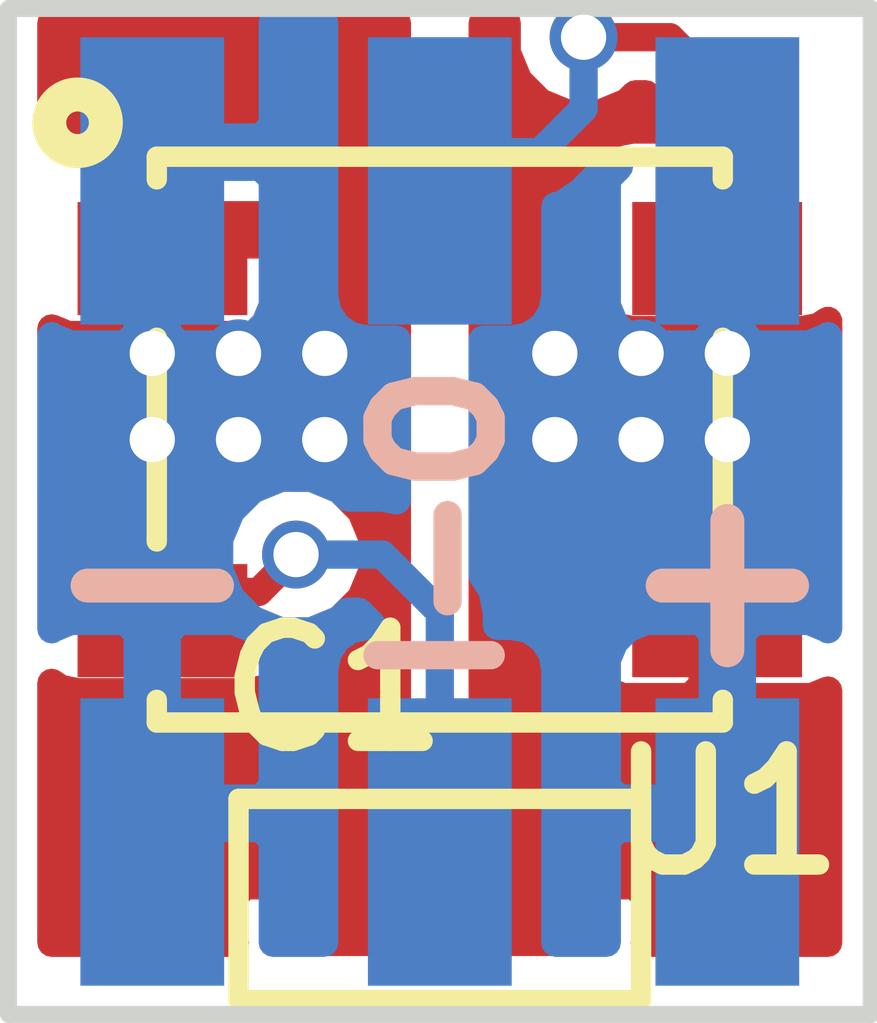
<source format=kicad_pcb>
(kicad_pcb (version 4) (host pcbnew "(2015-09-10 BZR 6177)-product")

  (general
    (links 8)
    (no_connects 2)
    (area 143.698476 96.566 155.005524 111.661)
    (thickness 0.8)
    (drawings 17)
    (tracks 38)
    (zones 0)
    (modules 4)
    (nets 5)
  )

  (page A4)
  (layers
    (0 F.Cu signal hide)
    (31 B.Cu signal)
    (32 B.Adhes user)
    (33 F.Adhes user)
    (34 B.Paste user)
    (35 F.Paste user)
    (36 B.SilkS user)
    (37 F.SilkS user)
    (38 B.Mask user)
    (39 F.Mask user)
    (40 Dwgs.User user)
    (41 Cmts.User user)
    (42 Eco1.User user)
    (43 Eco2.User user)
    (44 Edge.Cuts user)
    (45 Margin user)
    (46 B.CrtYd user)
    (47 F.CrtYd user)
    (48 B.Fab user)
    (49 F.Fab user)
  )

  (setup
    (last_trace_width 0.254)
    (trace_clearance 0.254)
    (zone_clearance 0.381)
    (zone_45_only no)
    (trace_min 0.2)
    (segment_width 0.2)
    (edge_width 0.15)
    (via_size 0.6)
    (via_drill 0.4)
    (via_min_size 0.4)
    (via_min_drill 0.3)
    (uvia_size 0.3)
    (uvia_drill 0.1)
    (uvias_allowed no)
    (uvia_min_size 0)
    (uvia_min_drill 0)
    (pcb_text_width 0.3)
    (pcb_text_size 1.5 1.5)
    (mod_edge_width 0.15)
    (mod_text_size 1 1)
    (mod_text_width 0.18)
    (pad_size 1.27 3.175)
    (pad_drill 1.016)
    (pad_to_mask_clearance 0)
    (aux_axis_origin 145.542 108.966)
    (grid_origin 145.542 108.966)
    (visible_elements FFFFFF7F)
    (pcbplotparams
      (layerselection 0x00030_80000001)
      (usegerberextensions false)
      (excludeedgelayer true)
      (linewidth 0.100000)
      (plotframeref false)
      (viasonmask false)
      (mode 1)
      (useauxorigin false)
      (hpglpennumber 1)
      (hpglpenspeed 20)
      (hpglpendiameter 15)
      (hpglpenoverlay 2)
      (psnegative false)
      (psa4output false)
      (plotreference true)
      (plotvalue true)
      (plotinvisibletext false)
      (padsonsilk false)
      (subtractmaskfromsilk false)
      (outputformat 1)
      (mirror false)
      (drillshape 1)
      (scaleselection 1)
      (outputdirectory ""))
  )

  (net 0 "")
  (net 1 +5V)
  (net 2 GND)
  (net 3 /DIN)
  (net 4 /DOUT)

  (net_class Default "This is the default net class."
    (clearance 0.254)
    (trace_width 0.254)
    (via_dia 0.6)
    (via_drill 0.4)
    (uvia_dia 0.3)
    (uvia_drill 0.1)
    (add_net /DIN)
    (add_net /DOUT)
  )

  (net_class Power ""
    (clearance 0.254)
    (trace_width 0.4064)
    (via_dia 0.6)
    (via_drill 0.4)
    (uvia_dia 0.3)
    (uvia_drill 0.1)
    (add_net +5V)
    (add_net GND)
  )

  (module Conn-Wire-Pads:WP-50mil-1x03 (layer B.Cu) (tedit 55701763) (tstamp 5570119C)
    (at 149.352 107.442 180)
    (descr "Wire pads - 50mil x 125mil - Single row, 3 pos.")
    (path /5570175C)
    (attr virtual)
    (fp_text reference J1 (at -2.667 2.794 180) (layer B.SilkS) hide
      (effects (font (size 1 1) (thickness 0.18)) (justify mirror))
    )
    (fp_text value HEADER-1x03 (at 0 -3.175 180) (layer B.Fab) hide
      (effects (font (size 1 1) (thickness 0.18)) (justify mirror))
    )
    (pad 1 smd rect (at -2.54 0 180) (size 1.27 2.54) (layers B.Cu B.Paste B.Mask)
      (net 1 +5V))
    (pad 2 smd rect (at 0 0 180) (size 1.27 2.54) (layers B.Cu B.Paste B.Mask)
      (net 3 /DIN))
    (pad 3 smd rect (at 2.54 0 180) (size 1.27 2.54) (layers B.Cu B.Paste B.Mask)
      (net 2 GND))
  )

  (module Conn-Wire-Pads:WP-50mil-1x03 (layer B.Cu) (tedit 55701664) (tstamp 55700C3E)
    (at 149.352 101.6 180)
    (descr "Wire pads - 50mil x 125mil - Single row, 3 pos.")
    (path /55701841)
    (attr virtual)
    (fp_text reference J2 (at -2.54 3.81 180) (layer B.SilkS) hide
      (effects (font (size 1 1) (thickness 0.18)) (justify mirror))
    )
    (fp_text value HEADER-1x03 (at 0 -3.5 180) (layer B.Fab) hide
      (effects (font (size 1 1) (thickness 0.18)) (justify mirror))
    )
    (pad 1 smd rect (at -2.54 0 180) (size 1.27 2.54) (layers B.Cu B.Paste B.Mask)
      (net 1 +5V))
    (pad 2 smd rect (at 0 0 180) (size 1.27 2.54) (layers B.Cu B.Paste B.Mask)
      (net 4 /DOUT))
    (pad 3 smd rect (at 2.54 0 180) (size 1.27 2.54) (layers B.Cu B.Paste B.Mask)
      (net 2 GND))
  )

  (module SMT:LED-5050 (layer F.Cu) (tedit 556D8AAD) (tstamp 55700AA3)
    (at 149.352 103.886 180)
    (path /557015E8)
    (fp_text reference U1 (at -2.54 -3.302 180) (layer F.SilkS)
      (effects (font (size 1 1) (thickness 0.18)))
    )
    (fp_text value WS2812B (at 0 3.9 180) (layer F.Fab) hide
      (effects (font (size 1 1) (thickness 0.18)))
    )
    (fp_line (start -3 -3) (end 3 -3) (layer F.CrtYd) (width 0.05))
    (fp_line (start 3 -3) (end 3 3) (layer F.CrtYd) (width 0.05))
    (fp_line (start 3 3) (end -3 3) (layer F.CrtYd) (width 0.05))
    (fp_line (start -3 3) (end -3 -3) (layer F.CrtYd) (width 0.05))
    (fp_circle (center 3.2 2.8) (end 3.3 2.8) (layer F.SilkS) (width 0.3))
    (fp_line (start 2.5 -2.3) (end 2.5 -2.5) (layer F.SilkS) (width 0.18))
    (fp_line (start 2.5 -2.5) (end -2.5 -2.5) (layer F.SilkS) (width 0.18))
    (fp_line (start -2.5 -2.5) (end -2.5 -2.3) (layer F.SilkS) (width 0.18))
    (fp_line (start 2.5 0.9) (end 2.5 -0.9) (layer F.SilkS) (width 0.18))
    (fp_line (start -2.5 2.5) (end 2.5 2.5) (layer F.SilkS) (width 0.18))
    (fp_line (start 2.5 2.5) (end 2.5 2.3) (layer F.SilkS) (width 0.18))
    (fp_line (start -2.5 2.5) (end -2.5 2.3) (layer F.SilkS) (width 0.18))
    (fp_line (start -2.5 -1) (end -2.5 0.9) (layer F.SilkS) (width 0.18))
    (pad 2 smd rect (at -2.45 1.6 180) (size 1.5 1) (layers F.Cu F.Paste F.Mask)
      (net 4 /DOUT))
    (pad 3 smd rect (at 2.45 1.6 180) (size 1.5 1) (layers F.Cu F.Paste F.Mask)
      (net 2 GND))
    (pad 4 smd rect (at 2.45 -1.6 180) (size 1.5 1) (layers F.Cu F.Paste F.Mask)
      (net 3 /DIN))
    (pad 1 smd rect (at -2.45 -1.6 180) (size 1.5 1) (layers F.Cu F.Paste F.Mask)
      (net 1 +5V))
  )

  (module SMT:C-0603 (layer F.Cu) (tedit 54F14543) (tstamp 55701C4D)
    (at 149.352 107.95)
    (descr "0603 (1608 metric)")
    (tags "smt 0603")
    (path /55701E1A)
    (fp_text reference C1 (at -2.032 -1.27) (layer F.SilkS)
      (effects (font (size 1 1) (thickness 0.18)) (justify left bottom))
    )
    (fp_text value 100nF (at 0 2.032) (layer F.SilkS) hide
      (effects (font (size 1 1) (thickness 0.18)))
    )
    (fp_line (start -0.762 -0.381) (end 0.762 -0.381) (layer Dwgs.User) (width 0.05))
    (fp_line (start 0.762 -0.381) (end 0.762 0.381) (layer Dwgs.User) (width 0.05))
    (fp_line (start 0.762 0.381) (end -0.762 0.381) (layer Dwgs.User) (width 0.05))
    (fp_line (start -0.762 0.381) (end -0.762 -0.381) (layer Dwgs.User) (width 0.05))
    (fp_line (start -1.778 -0.889) (end 1.778 -0.889) (layer F.CrtYd) (width 0.05))
    (fp_line (start 1.778 -0.889) (end 1.778 0.889) (layer F.CrtYd) (width 0.05))
    (fp_line (start 1.778 0.889) (end -1.778 0.889) (layer F.CrtYd) (width 0.05))
    (fp_line (start -1.778 0.889) (end -1.778 -0.889) (layer F.CrtYd) (width 0.05))
    (fp_line (start -1.778 -0.889) (end 1.778 -0.889) (layer F.SilkS) (width 0.18))
    (fp_line (start 1.778 -0.889) (end 1.778 0.889) (layer F.SilkS) (width 0.18))
    (fp_line (start 1.778 0.889) (end -1.778 0.889) (layer F.SilkS) (width 0.18))
    (fp_line (start -1.778 0.889) (end -1.778 -0.889) (layer F.SilkS) (width 0.18))
    (pad 1 smd rect (at -0.85 0) (size 1.1 1) (layers F.Cu F.Paste F.Mask)
      (net 2 GND))
    (pad 2 smd rect (at 0.85 0) (size 1.1 1) (layers F.Cu F.Paste F.Mask)
      (net 1 +5V))
    (model smt.pretty/C-0603.wrl
      (at (xyz 0 0 0))
      (scale (xyz 1 1 0.8))
      (rotate (xyz 0 0 0))
    )
  )

  (gr_text - (at 146.812 105.283 180) (layer B.SilkS)
    (effects (font (size 1.5 1.5) (thickness 0.3)) (justify mirror))
  )
  (gr_text + (at 151.892 105.283 180) (layer B.SilkS)
    (effects (font (size 1.5 1.5) (thickness 0.3)) (justify mirror))
  )
  (gr_text O-I (at 149.352 104.648 90) (layer B.SilkS)
    (effects (font (size 1 1) (thickness 0.25)) (justify mirror))
  )
  (gr_line (start 145.796 107.188) (end 147.066 107.188) (angle 90) (layer Eco2.User) (width 0.2))
  (gr_line (start 145.796 101.6) (end 145.796 107.188) (angle 90) (layer Eco2.User) (width 0.2))
  (gr_line (start 146.558 100.838) (end 145.796 101.6) (angle 90) (layer Eco2.User) (width 0.2))
  (gr_line (start 152.908 101.6) (end 152.146 100.838) (angle 90) (layer Eco2.User) (width 0.2))
  (gr_line (start 152.908 107.188) (end 152.908 101.6) (angle 90) (layer Eco2.User) (width 0.2))
  (gr_line (start 151.638 107.188) (end 152.908 107.188) (angle 90) (layer Eco2.User) (width 0.2))
  (gr_line (start 146.558 100.838) (end 152.146 100.838) (angle 90) (layer Eco2.User) (width 0.2))
  (gr_line (start 153.162 108.966) (end 153.162 100.076) (angle 90) (layer Edge.Cuts) (width 0.15))
  (gr_line (start 147.066 108.966) (end 147.066 107.188) (angle 90) (layer Eco2.User) (width 0.2))
  (gr_line (start 151.638 108.966) (end 147.066 108.966) (angle 90) (layer Eco2.User) (width 0.2))
  (gr_line (start 151.638 107.188) (end 151.638 108.966) (angle 90) (layer Eco2.User) (width 0.2))
  (gr_line (start 145.542 100.076) (end 145.542 108.966) (angle 90) (layer Edge.Cuts) (width 0.15))
  (gr_line (start 145.542 100.076) (end 153.162 100.076) (angle 90) (layer Edge.Cuts) (width 0.15))
  (gr_line (start 153.162 108.966) (end 145.542 108.966) (angle 90) (layer Edge.Cuts) (width 0.15))

  (via (at 151.892 103.124) (size 0.6) (drill 0.4) (layers F.Cu B.Cu) (net 1))
  (via (at 151.13 103.124) (size 0.6) (drill 0.4) (layers F.Cu B.Cu) (net 1))
  (segment (start 151.892 103.124) (end 151.13 103.124) (width 0.4064) (layer F.Cu) (net 1))
  (via (at 151.892 103.886) (size 0.6) (drill 0.4) (layers F.Cu B.Cu) (net 1))
  (via (at 151.13 103.886) (size 0.6) (drill 0.4) (layers F.Cu B.Cu) (net 1))
  (segment (start 151.892 103.886) (end 151.13 103.886) (width 0.4064) (layer F.Cu) (net 1))
  (via (at 150.368 103.124) (size 0.6) (drill 0.4) (layers F.Cu B.Cu) (net 1))
  (segment (start 151.13 103.124) (end 150.368 103.124) (width 0.4064) (layer B.Cu) (net 1))
  (via (at 150.368 103.886) (size 0.6) (drill 0.4) (layers F.Cu B.Cu) (net 1))
  (segment (start 150.368 103.124) (end 150.368 103.886) (width 0.4064) (layer F.Cu) (net 1))
  (segment (start 151.892 103.886) (end 151.892 107.188) (width 0.4064) (layer B.Cu) (net 1))
  (segment (start 151.892 103.124) (end 151.892 101.346) (width 0.4064) (layer B.Cu) (net 1))
  (via (at 146.812 103.124) (size 0.6) (drill 0.4) (layers F.Cu B.Cu) (net 2))
  (via (at 146.812 103.886) (size 0.6) (drill 0.4) (layers F.Cu B.Cu) (net 2))
  (segment (start 146.812 103.124) (end 146.812 103.886) (width 0.4064) (layer F.Cu) (net 2))
  (via (at 147.574 103.886) (size 0.6) (drill 0.4) (layers F.Cu B.Cu) (net 2))
  (segment (start 146.812 103.886) (end 147.574 103.886) (width 0.4064) (layer B.Cu) (net 2))
  (via (at 148.336 103.886) (size 0.6) (drill 0.4) (layers F.Cu B.Cu) (net 2))
  (segment (start 147.574 103.886) (end 148.336 103.886) (width 0.4064) (layer F.Cu) (net 2))
  (via (at 148.336 103.124) (size 0.6) (drill 0.4) (layers F.Cu B.Cu) (net 2))
  (segment (start 148.336 103.886) (end 148.336 103.124) (width 0.4064) (layer B.Cu) (net 2))
  (via (at 147.574 103.124) (size 0.6) (drill 0.4) (layers F.Cu B.Cu) (net 2))
  (segment (start 148.336 103.124) (end 147.574 103.124) (width 0.4064) (layer F.Cu) (net 2))
  (segment (start 146.812 107.188) (end 146.812 103.886) (width 0.4064) (layer B.Cu) (net 2))
  (segment (start 146.812 103.124) (end 146.812 101.346) (width 0.4064) (layer B.Cu) (net 2))
  (via (at 148.082 104.902) (size 0.6) (drill 0.4) (layers F.Cu B.Cu) (net 3))
  (segment (start 147.752 105.232) (end 148.082 104.902) (width 0.25) (layer F.Cu) (net 3))
  (segment (start 146.902 105.232) (end 147.752 105.232) (width 0.25) (layer F.Cu) (net 3))
  (segment (start 148.844 104.902) (end 148.082 104.902) (width 0.25) (layer B.Cu) (net 3))
  (segment (start 149.352 105.41) (end 148.844 104.902) (width 0.25) (layer B.Cu) (net 3))
  (segment (start 149.352 107.188) (end 149.352 105.41) (width 0.25) (layer B.Cu) (net 3))
  (via (at 150.622 100.33) (size 0.6) (drill 0.4) (layers F.Cu B.Cu) (net 4))
  (segment (start 150.622 100.33) (end 151.384 100.33) (width 0.25) (layer F.Cu) (net 4))
  (segment (start 151.802 100.748) (end 151.802 102.032) (width 0.25) (layer F.Cu) (net 4))
  (segment (start 151.384 100.33) (end 151.802 100.748) (width 0.25) (layer F.Cu) (net 4))
  (segment (start 150.237 101.346) (end 150.622 100.961) (width 0.25) (layer B.Cu) (net 4))
  (segment (start 149.352 101.346) (end 150.237 101.346) (width 0.25) (layer B.Cu) (net 4))
  (segment (start 150.622 100.961) (end 150.622 100.33) (width 0.25) (layer B.Cu) (net 4))

  (zone (net 1) (net_name +5V) (layer F.Cu) (tstamp 0) (hatch edge 0.508)
    (connect_pads (clearance 0))
    (min_thickness 0.254)
    (fill yes (arc_segments 16) (thermal_gap 0.3048) (thermal_bridge_width 0.508))
    (polygon
      (pts
        (xy 152.908 100.076) (xy 152.908 108.458) (xy 149.606 108.458) (xy 149.606 105.664) (xy 149.606 101.6)
        (xy 149.606 100.076)
      )
    )
    (filled_polygon
      (pts
        (xy 149.733 100.203) (xy 149.941111 100.203) (xy 149.940882 100.464865) (xy 150.044339 100.715252) (xy 150.235741 100.906987)
        (xy 150.329 100.945712) (xy 150.329 106.87215) (xy 150.329 107.569) (xy 151.07585 107.569) (xy 151.1838 107.46105)
        (xy 151.1838 107.28189) (xy 151.1838 107.110109) (xy 151.118062 106.951405) (xy 150.996595 106.829937) (xy 150.83789 106.7642)
        (xy 150.43695 106.7642) (xy 150.329 106.87215) (xy 150.329 100.945712) (xy 150.485946 101.010882) (xy 150.6202 101.010999)
        (xy 150.6202 104.646109) (xy 150.6202 104.81789) (xy 150.6202 104.99705) (xy 150.6202 105.46695) (xy 150.6202 105.64611)
        (xy 150.6202 105.817891) (xy 150.685938 105.976595) (xy 150.807405 106.098063) (xy 150.96611 106.1638) (xy 151.56705 106.1638)
        (xy 151.675 106.05585) (xy 151.675 105.359) (xy 150.72815 105.359) (xy 150.6202 105.46695) (xy 150.6202 104.99705)
        (xy 150.72815 105.105) (xy 151.675 105.105) (xy 151.675 104.40815) (xy 151.56705 104.3002) (xy 150.96611 104.3002)
        (xy 150.807405 104.365937) (xy 150.685938 104.487405) (xy 150.6202 104.646109) (xy 150.6202 101.010999) (xy 150.756865 101.011118)
        (xy 151.007252 100.907661) (xy 151.079038 100.836) (xy 151.174408 100.836) (xy 151.296 100.957592) (xy 151.296 101.143536)
        (xy 151.052 101.143536) (xy 150.906726 101.171722) (xy 150.779044 101.255596) (xy 150.693574 101.382216) (xy 150.663536 101.532)
        (xy 150.663536 102.532) (xy 150.691722 102.677274) (xy 150.775596 102.804956) (xy 150.902216 102.890426) (xy 151.052 102.920464)
        (xy 152.552 102.920464) (xy 152.697274 102.892278) (xy 152.781 102.837279) (xy 152.781 104.359478) (xy 152.63789 104.3002)
        (xy 152.03695 104.3002) (xy 151.929 104.40815) (xy 151.929 105.105) (xy 151.949 105.105) (xy 151.949 105.359)
        (xy 151.929 105.359) (xy 151.929 106.05585) (xy 152.03695 106.1638) (xy 152.63789 106.1638) (xy 152.781 106.104523)
        (xy 152.781 108.331) (xy 151.163459 108.331) (xy 151.1838 108.281891) (xy 151.1838 108.11011) (xy 151.1838 107.93095)
        (xy 151.07585 107.823) (xy 150.329 107.823) (xy 150.329 107.843) (xy 150.075 107.843) (xy 150.075 107.823)
        (xy 150.055 107.823) (xy 150.055 107.569) (xy 150.075 107.569) (xy 150.075 106.87215) (xy 149.96705 106.7642)
        (xy 149.733 106.7642) (xy 149.733 105.664) (xy 149.733 101.6) (xy 149.733 100.203)
      )
    )
  )
  (zone (net 2) (net_name GND) (layer F.Cu) (tstamp 557018BB) (hatch edge 0.508)
    (connect_pads (clearance 0))
    (min_thickness 0.254)
    (fill yes (arc_segments 16) (thermal_gap 0.3048) (thermal_bridge_width 0.508))
    (polygon
      (pts
        (xy 149.098 100.076) (xy 149.098 101.6) (xy 149.098 105.664) (xy 149.098 108.458) (xy 145.796 108.458)
        (xy 145.796 100.076)
      )
    )
    (filled_polygon
      (pts
        (xy 145.923 100.203) (xy 147.029 100.203) (xy 147.029 101.20815) (xy 147.029 101.905) (xy 147.029 102.159)
        (xy 147.029 102.85585) (xy 147.13695 102.9638) (xy 147.73789 102.9638) (xy 147.896595 102.898063) (xy 148.018062 102.776595)
        (xy 148.0838 102.617891) (xy 148.0838 102.44611) (xy 148.0838 102.26695) (xy 147.97585 102.159) (xy 147.029 102.159)
        (xy 147.029 101.905) (xy 147.97585 101.905) (xy 148.0838 101.79705) (xy 148.0838 101.61789) (xy 148.0838 101.446109)
        (xy 148.018062 101.287405) (xy 147.896595 101.165937) (xy 147.73789 101.1002) (xy 147.13695 101.1002) (xy 147.029 101.20815)
        (xy 147.029 100.203) (xy 148.971 100.203) (xy 148.971 101.6) (xy 148.971 105.664) (xy 148.971 106.7642)
        (xy 148.73695 106.7642) (xy 148.629 106.87215) (xy 148.629 107.569) (xy 148.649 107.569) (xy 148.649 107.823)
        (xy 148.629 107.823) (xy 148.629 107.843) (xy 148.375 107.843) (xy 148.375 107.823) (xy 147.62815 107.823)
        (xy 147.5202 107.93095) (xy 147.5202 108.11011) (xy 147.5202 108.281891) (xy 147.540542 108.331) (xy 145.923 108.331)
        (xy 145.923 106.036955) (xy 146.002216 106.090426) (xy 146.152 106.120464) (xy 147.5202 106.120464) (xy 147.5202 107.110109)
        (xy 147.5202 107.28189) (xy 147.5202 107.46105) (xy 147.62815 107.569) (xy 148.375 107.569) (xy 148.375 106.87215)
        (xy 148.26705 106.7642) (xy 147.86611 106.7642) (xy 147.707405 106.829937) (xy 147.585938 106.951405) (xy 147.5202 107.110109)
        (xy 147.5202 106.120464) (xy 147.652 106.120464) (xy 147.797274 106.092278) (xy 147.924956 106.008404) (xy 148.010426 105.881784)
        (xy 148.040464 105.732) (xy 148.040464 105.636123) (xy 148.109796 105.589796) (xy 148.116562 105.583031) (xy 148.216865 105.583118)
        (xy 148.467252 105.479661) (xy 148.658987 105.288259) (xy 148.762882 105.038054) (xy 148.763118 104.767135) (xy 148.659661 104.516748)
        (xy 148.468259 104.325013) (xy 148.218054 104.221118) (xy 147.947135 104.220882) (xy 147.696748 104.324339) (xy 147.673249 104.347798)
        (xy 147.652 104.343536) (xy 146.152 104.343536) (xy 146.006726 104.371722) (xy 145.923 104.426722) (xy 145.923 102.904523)
        (xy 146.06611 102.9638) (xy 146.66705 102.9638) (xy 146.775 102.85585) (xy 146.775 102.159) (xy 146.755 102.159)
        (xy 146.755 101.905) (xy 146.775 101.905) (xy 146.775 101.20815) (xy 146.66705 101.1002) (xy 146.06611 101.1002)
        (xy 145.923 101.159478) (xy 145.923 100.203)
      )
    )
  )
  (zone (net 1) (net_name +5V) (layer B.Cu) (tstamp 557018D8) (hatch edge 0.508)
    (connect_pads (clearance 0))
    (min_thickness 0.254)
    (fill yes (arc_segments 16) (thermal_gap 0.3048) (thermal_bridge_width 0.508))
    (polygon
      (pts
        (xy 152.908 100.076) (xy 152.908 108.458) (xy 149.606 108.458) (xy 149.606 100.076)
      )
    )
    (filled_polygon
      (pts
        (xy 149.733 103.004464) (xy 149.987 103.004464) (xy 150.132274 102.976278) (xy 150.259956 102.892404) (xy 150.345426 102.765784)
        (xy 150.375464 102.616) (xy 150.375464 101.824458) (xy 150.430638 101.813483) (xy 150.594796 101.703796) (xy 150.8252 101.473392)
        (xy 150.82559 101.473002) (xy 150.933148 101.473002) (xy 150.8252 101.58095) (xy 150.8252 102.53011) (xy 150.8252 102.701891)
        (xy 150.8252 105.832109) (xy 150.8252 106.00389) (xy 150.8252 106.95305) (xy 150.93315 107.061) (xy 151.765 107.061)
        (xy 151.765 105.59415) (xy 151.65705 105.4862) (xy 151.17111 105.4862) (xy 151.012405 105.551937) (xy 150.890938 105.673405)
        (xy 150.8252 105.832109) (xy 150.8252 102.701891) (xy 150.890938 102.860595) (xy 151.012405 102.982063) (xy 151.17111 103.0478)
        (xy 151.65705 103.0478) (xy 151.765 102.93985) (xy 151.765 101.473) (xy 151.745 101.473) (xy 151.745 101.219)
        (xy 151.765 101.219) (xy 151.765 101.199) (xy 152.019 101.199) (xy 152.019 101.219) (xy 152.039 101.219)
        (xy 152.039 101.473) (xy 152.019 101.473) (xy 152.019 102.93985) (xy 152.12695 103.0478) (xy 152.61289 103.0478)
        (xy 152.771595 102.982063) (xy 152.781 102.972658) (xy 152.781 105.561343) (xy 152.771595 105.551937) (xy 152.61289 105.4862)
        (xy 152.12695 105.4862) (xy 152.019 105.59415) (xy 152.019 107.061) (xy 152.039 107.061) (xy 152.039 107.315)
        (xy 152.019 107.315) (xy 152.019 107.335) (xy 151.765 107.335) (xy 151.765 107.315) (xy 150.93315 107.315)
        (xy 150.8252 107.42295) (xy 150.8252 108.331) (xy 150.375464 108.331) (xy 150.375464 105.918) (xy 150.347278 105.772726)
        (xy 150.263404 105.645044) (xy 150.136784 105.559574) (xy 149.987 105.529536) (xy 149.858 105.529536) (xy 149.858 105.41)
        (xy 149.819483 105.216362) (xy 149.733 105.086932) (xy 149.733 103.004464)
      )
    )
  )
  (zone (net 2) (net_name GND) (layer B.Cu) (tstamp 557018DB) (hatch edge 0.508)
    (connect_pads (clearance 0))
    (min_thickness 0.254)
    (fill yes (arc_segments 16) (thermal_gap 0.3048) (thermal_bridge_width 0.508))
    (polygon
      (pts
        (xy 149.098 100.076) (xy 149.098 108.458) (xy 145.796 108.458) (xy 145.796 100.076)
      )
    )
    (filled_polygon
      (pts
        (xy 145.923 102.972658) (xy 145.932405 102.982063) (xy 146.09111 103.0478) (xy 146.57705 103.0478) (xy 146.685 102.93985)
        (xy 146.685 101.473) (xy 146.665 101.473) (xy 146.665 101.219) (xy 146.685 101.219) (xy 146.685 101.199)
        (xy 146.939 101.199) (xy 146.939 101.219) (xy 146.939 101.473) (xy 146.939 102.93985) (xy 146.939 105.59415)
        (xy 146.939 107.061) (xy 147.77085 107.061) (xy 147.8788 106.95305) (xy 147.8788 106.00389) (xy 147.8788 105.832109)
        (xy 147.813062 105.673405) (xy 147.691595 105.551937) (xy 147.53289 105.4862) (xy 147.04695 105.4862) (xy 146.939 105.59415)
        (xy 146.939 102.93985) (xy 147.04695 103.0478) (xy 147.53289 103.0478) (xy 147.691595 102.982063) (xy 147.813062 102.860595)
        (xy 147.8788 102.701891) (xy 147.8788 102.53011) (xy 147.8788 101.58095) (xy 147.77085 101.473) (xy 146.939 101.473)
        (xy 146.939 101.219) (xy 147.77085 101.219) (xy 147.8788 101.11105) (xy 147.8788 100.203) (xy 148.328536 100.203)
        (xy 148.328536 102.616) (xy 148.356722 102.761274) (xy 148.440596 102.888956) (xy 148.567216 102.974426) (xy 148.717 103.004464)
        (xy 148.971 103.004464) (xy 148.971 104.421262) (xy 148.844 104.396) (xy 148.539123 104.396) (xy 148.468259 104.325013)
        (xy 148.218054 104.221118) (xy 147.947135 104.220882) (xy 147.696748 104.324339) (xy 147.505013 104.515741) (xy 147.401118 104.765946)
        (xy 147.400882 105.036865) (xy 147.504339 105.287252) (xy 147.695741 105.478987) (xy 147.945946 105.582882) (xy 148.216865 105.583118)
        (xy 148.467252 105.479661) (xy 148.539038 105.408) (xy 148.634408 105.408) (xy 148.755944 105.529536) (xy 148.717 105.529536)
        (xy 148.571726 105.557722) (xy 148.444044 105.641596) (xy 148.358574 105.768216) (xy 148.328536 105.918) (xy 148.328536 108.331)
        (xy 147.8788 108.331) (xy 147.8788 107.42295) (xy 147.77085 107.315) (xy 146.939 107.315) (xy 146.939 107.335)
        (xy 146.685 107.335) (xy 146.685 107.315) (xy 146.665 107.315) (xy 146.665 107.061) (xy 146.685 107.061)
        (xy 146.685 105.59415) (xy 146.57705 105.4862) (xy 146.09111 105.4862) (xy 145.932405 105.551937) (xy 145.923 105.561343)
        (xy 145.923 102.972658)
      )
    )
  )
)

</source>
